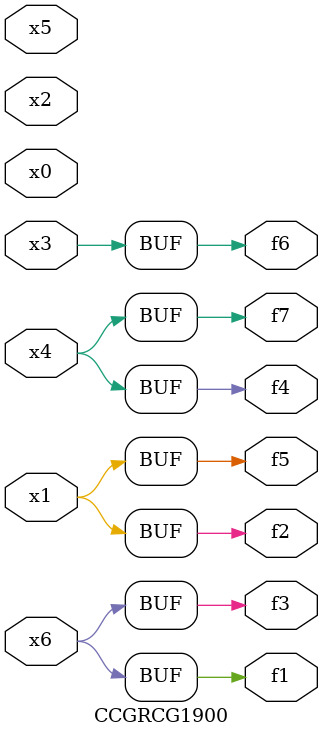
<source format=v>
module CCGRCG1900(
	input x0, x1, x2, x3, x4, x5, x6,
	output f1, f2, f3, f4, f5, f6, f7
);
	assign f1 = x6;
	assign f2 = x1;
	assign f3 = x6;
	assign f4 = x4;
	assign f5 = x1;
	assign f6 = x3;
	assign f7 = x4;
endmodule

</source>
